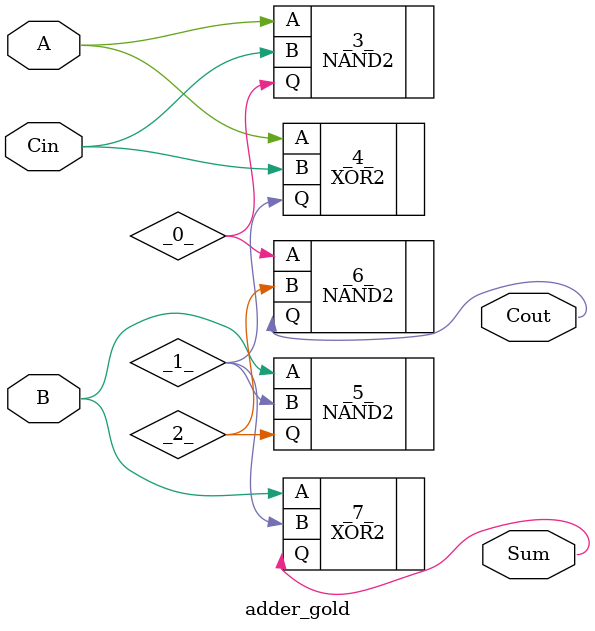
<source format=v>
/* Generated by Yosys 0.9+4292 (git sha1 416efa19, clang 12.0.1 -fPIC -Os) */

module adder_gold(A, B, Cin, Sum, Cout);
  wire _0_;
  wire _1_;
  wire _2_;
  input A;
  input B;
  input Cin;
  output Cout;
  output Sum;
  NAND2 _3_ (
    .A(A),
    .B(Cin),
    .Q(_0_)
  );
  XOR2 _4_ (
    .A(A),
    .B(Cin),
    .Q(_1_)
  );
  NAND2 _5_ (
    .A(B),
    .B(_1_),
    .Q(_2_)
  );
  NAND2 _6_ (
    .A(_0_),
    .B(_2_),
    .Q(Cout)
  );
  XOR2 _7_ (
    .A(B),
    .B(_1_),
    .Q(Sum)
  );
endmodule

</source>
